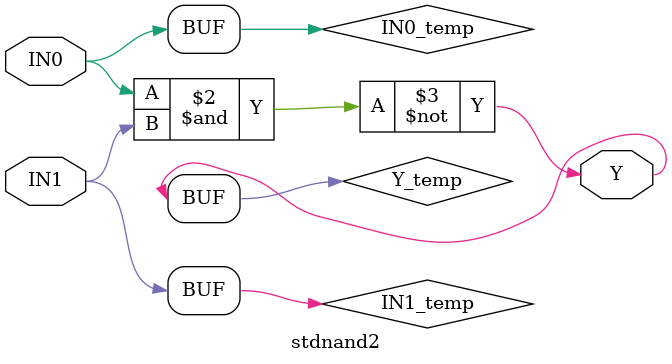
<source format=v>
module stdnand2(IN0,IN1,Y);
  parameter
        d_IN0_r = 0,
        d_IN0_f = 0,
        d_IN1_r = 0,
        d_IN1_f = 0,
        d_Y_r = 1,
        d_Y_f = 1;
  input  IN0;
  input  IN1;
  output  Y;
  wire  IN0_temp;
  wire  IN1_temp;
  reg  Y_temp;
  assign #(d_IN0_r,d_IN0_f) IN0_temp = IN0;
  assign #(d_IN1_r,d_IN1_f) IN1_temp = IN1;
  assign #(d_Y_r,d_Y_f) Y = Y_temp;
  always
    @(IN0_temp or IN1_temp)
      begin
      Y_temp = ( ~ (IN0_temp & IN1_temp));
      end
endmodule

</source>
